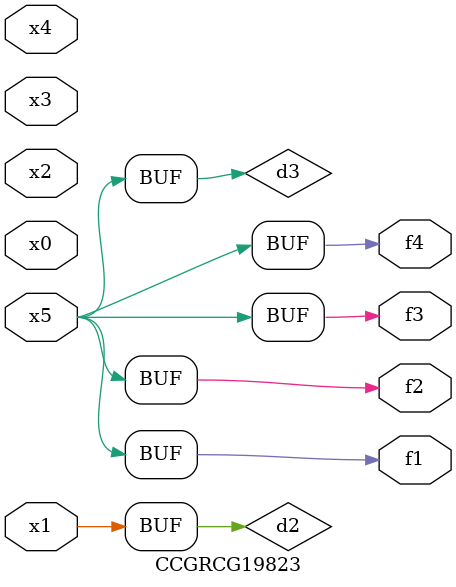
<source format=v>
module CCGRCG19823(
	input x0, x1, x2, x3, x4, x5,
	output f1, f2, f3, f4
);

	wire d1, d2, d3;

	not (d1, x5);
	or (d2, x1);
	xnor (d3, d1);
	assign f1 = d3;
	assign f2 = d3;
	assign f3 = d3;
	assign f4 = d3;
endmodule

</source>
